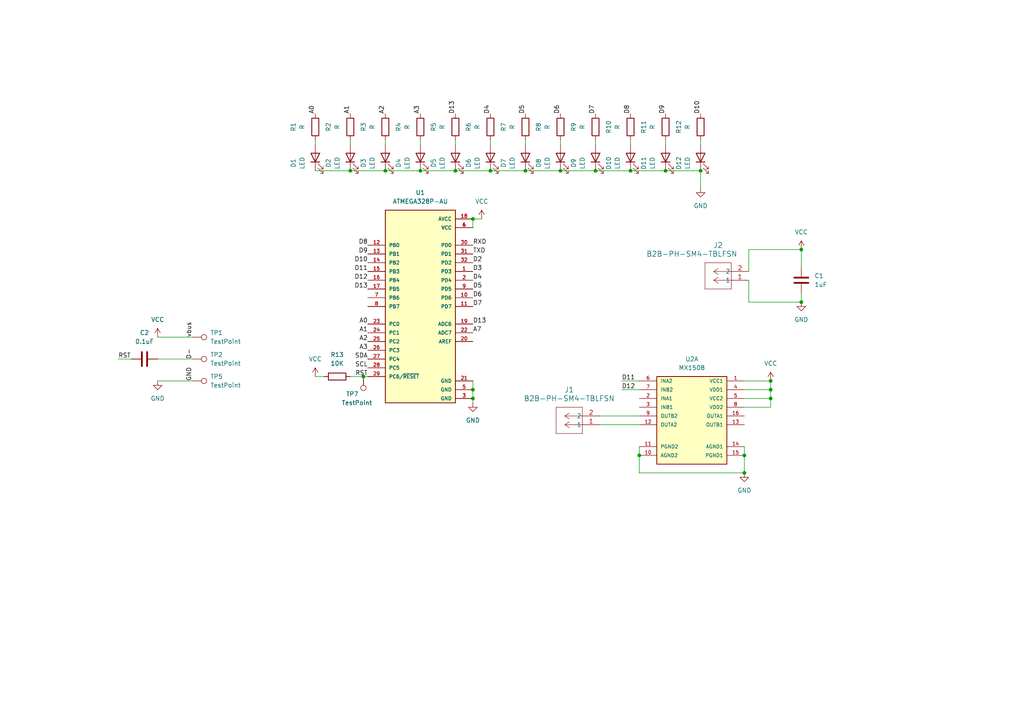
<source format=kicad_sch>
(kicad_sch (version 20230121) (generator eeschema)
  (paper "A4")
  (lib_symbols
    (symbol "Connector:TestPoint" (pin_numbers hide) (pin_names (offset 0.762) hide)
      (property "Reference" "TP" (at 0 6.858 0))
      (property "Value" "TestPoint" (at 0 5.08 0))
      (symbol "TestPoint_0_1"
        (circle (center 0 3.302) (radius 0.762))
      )
      (symbol "TestPoint_1_1"
        (pin passive line (at 0 0 90) (length 2.54) (name "1") (number "1"))
      )
    )
    (symbol "Device:C" (pin_numbers hide) (pin_names (offset 0.254))
      (property "Reference" "C" (at 0.635 2.54 0))
      (property "Value" "C" (at 0.635 -2.54 0))
      (symbol "C_0_1"
        (polyline (pts (xy -2.032 -0.762) (xy 2.032 -0.762)) (stroke (width 0.508)))
        (polyline (pts (xy -2.032 0.762) (xy 2.032 0.762)) (stroke (width 0.508)))
      )
      (symbol "C_1_1"
        (pin passive line (at 0 3.81 270) (length 2.794) (name "~") (number "1"))
        (pin passive line (at 0 -3.81 90) (length 2.794) (name "~") (number "2"))
      )
    )
    (symbol "Device:LED" (pin_numbers hide) (pin_names (offset 1.016) hide)
      (property "Reference" "D" (at 0 2.54 0))
      (property "Value" "LED" (at 0 -2.54 0))
      (symbol "LED_0_1"
        (polyline (pts (xy -1.27 -1.27) (xy -1.27 1.27)) (stroke (width 0.254)))
        (polyline (pts (xy -1.27 0) (xy 1.27 0)))
        (polyline (pts (xy 1.27 -1.27) (xy 1.27 1.27) (xy -1.27 0) (xy 1.27 -1.27)) (stroke (width 0.254)))
        (polyline (pts (xy -3.048 -0.762) (xy -4.572 -2.286) (xy -3.81 -2.286) (xy -4.572 -2.286) (xy -4.572 -1.524)))
        (polyline (pts (xy -1.778 -0.762) (xy -3.302 -2.286) (xy -2.54 -2.286) (xy -3.302 -2.286) (xy -3.302 -1.524)))
      )
      (symbol "LED_1_1"
        (pin passive line (at -3.81 0 0) (length 2.54) (name "K") (number "1"))
        (pin passive line (at 3.81 0 180) (length 2.54) (name "A") (number "2"))
      )
    )
    (symbol "Device:R" (pin_numbers hide) (pin_names (offset 0))
      (property "Reference" "R" (at 2.032 0 90))
      (property "Value" "R" (at 0 0 90))
      (symbol "R_0_1"
        (rectangle (start -1.016 -2.54) (end 1.016 2.54) (stroke (width 0.254)))
      )
      (symbol "R_1_1"
        (pin passive line (at 0 3.81 270) (length 1.27) (name "~") (number "1"))
        (pin passive line (at 0 -3.81 90) (length 1.27) (name "~") (number "2"))
      )
    )
    (symbol "IO_watch_cat_ball:ATMEGA328P-AU" (pin_names (offset 1.016))
      (property "Reference" "U" (at -10.1755 29.2546 0))
      (property "Value" "ATMEGA328P-AU" (at -10.1669 -31.7714 0))
      (symbol "ATMEGA328P-AU_0_0"
        (rectangle (start -10.16 -27.94) (end 10.16 27.94) (stroke (width 0.254)) (fill (type background)))
        (pin bidirectional line (at 15.24 10.16 180) (length 5.08) (name "PD3") (number "1"))
        (pin bidirectional line (at 15.24 2.54 180) (length 5.08) (name "PD6") (number "10"))
        (pin bidirectional line (at 15.24 0 180) (length 5.08) (name "PD7") (number "11"))
        (pin bidirectional line (at -15.24 17.78 0) (length 5.08) (name "PB0") (number "12"))
        (pin bidirectional line (at -15.24 15.24 0) (length 5.08) (name "PB1") (number "13"))
        (pin bidirectional line (at -15.24 12.7 0) (length 5.08) (name "PB2") (number "14"))
        (pin bidirectional line (at -15.24 10.16 0) (length 5.08) (name "PB3") (number "15"))
        (pin bidirectional line (at -15.24 7.62 0) (length 5.08) (name "PB4") (number "16"))
        (pin bidirectional line (at -15.24 5.08 0) (length 5.08) (name "PB5") (number "17"))
        (pin power_in line (at 15.24 25.4 180) (length 5.08) (name "AVCC") (number "18"))
        (pin bidirectional line (at 15.24 -5.08 180) (length 5.08) (name "ADC6") (number "19"))
        (pin bidirectional line (at 15.24 7.62 180) (length 5.08) (name "PD4") (number "2"))
        (pin input line (at 15.24 -10.16 180) (length 5.08) (name "AREF") (number "20"))
        (pin bidirectional line (at 15.24 -7.62 180) (length 5.08) (name "ADC7") (number "22"))
        (pin bidirectional line (at -15.24 -5.08 0) (length 5.08) (name "PC0") (number "23"))
        (pin bidirectional line (at -15.24 -7.62 0) (length 5.08) (name "PC1") (number "24"))
        (pin bidirectional line (at -15.24 -10.16 0) (length 5.08) (name "PC2") (number "25"))
        (pin bidirectional line (at -15.24 -12.7 0) (length 5.08) (name "PC3") (number "26"))
        (pin bidirectional line (at -15.24 -15.24 0) (length 5.08) (name "PC4") (number "27"))
        (pin bidirectional line (at -15.24 -17.78 0) (length 5.08) (name "PC5") (number "28"))
        (pin bidirectional line (at -15.24 -20.32 0) (length 5.08) (name "PC6/~{RESET}") (number "29"))
        (pin power_in line (at 15.24 -26.67 180) (length 5.08) (name "GND") (number "3"))
        (pin bidirectional line (at 15.24 17.78 180) (length 5.08) (name "PD0") (number "30"))
        (pin bidirectional line (at 15.24 15.24 180) (length 5.08) (name "PD1") (number "31"))
        (pin bidirectional line (at 15.24 12.7 180) (length 5.08) (name "PD2") (number "32"))
        (pin power_in line (at 15.24 22.86 180) (length 5.08) (name "VCC") (number "4"))
        (pin power_in line (at 15.24 -24.13 180) (length 5.08) (name "GND") (number "5"))
        (pin power_in line (at 15.24 22.86 180) (length 5.08) (name "VCC") (number "6"))
        (pin bidirectional line (at -15.24 2.54 0) (length 5.08) (name "PB6") (number "7"))
        (pin bidirectional line (at -15.24 0 0) (length 5.08) (name "PB7") (number "8"))
        (pin bidirectional line (at 15.24 5.08 180) (length 5.08) (name "PD5") (number "9"))
      )
      (symbol "ATMEGA328P-AU_1_0"
        (pin power_in line (at 15.24 -21.59 180) (length 5.08) (name "GND") (number "21"))
      )
    )
    (symbol "esp_example_symbols:B2B-PH-SM4-TBLFSN" (pin_names (offset 0.254))
      (property "Reference" "J" (at 8.89 6.35 0))
      (property "Value" "B2B-PH-SM4-TBLFSN" (at 0 0 0))
      (symbol "B2B-PH-SM4-TBLFSN_1_1"
        (polyline (pts (xy 5.08 -5.08) (xy 12.7 -5.08)) (stroke (width 0.127)))
        (polyline (pts (xy 5.08 2.54) (xy 5.08 -5.08)) (stroke (width 0.127)))
        (polyline (pts (xy 10.16 -2.54) (xy 5.08 -2.54)) (stroke (width 0.127)))
        (polyline (pts (xy 10.16 -2.54) (xy 8.89 -3.3867)) (stroke (width 0.127)))
        (polyline (pts (xy 10.16 -2.54) (xy 8.89 -1.6933)) (stroke (width 0.127)))
        (polyline (pts (xy 10.16 0) (xy 5.08 0)) (stroke (width 0.127)))
        (polyline (pts (xy 10.16 0) (xy 8.89 -0.8467)) (stroke (width 0.127)))
        (polyline (pts (xy 10.16 0) (xy 8.89 0.8467)) (stroke (width 0.127)))
        (polyline (pts (xy 12.7 -5.08) (xy 12.7 2.54)) (stroke (width 0.127)))
        (polyline (pts (xy 12.7 2.54) (xy 5.08 2.54)) (stroke (width 0.127)))
        (pin unspecified line (at 0 0 0) (length 5.08) (name "1") (number "1"))
        (pin unspecified line (at 0 -2.54 0) (length 5.08) (name "2") (number "2"))
      )
      (symbol "B2B-PH-SM4-TBLFSN_1_2"
        (polyline (pts (xy 5.08 -5.08) (xy 12.7 -5.08)) (stroke (width 0.127)))
        (polyline (pts (xy 5.08 2.54) (xy 5.08 -5.08)) (stroke (width 0.127)))
        (polyline (pts (xy 7.62 -2.54) (xy 5.08 -2.54)) (stroke (width 0.127)))
        (polyline (pts (xy 7.62 -2.54) (xy 8.89 -3.3867)) (stroke (width 0.127)))
        (polyline (pts (xy 7.62 -2.54) (xy 8.89 -1.6933)) (stroke (width 0.127)))
        (polyline (pts (xy 7.62 0) (xy 5.08 0)) (stroke (width 0.127)))
        (polyline (pts (xy 7.62 0) (xy 8.89 -0.8467)) (stroke (width 0.127)))
        (polyline (pts (xy 7.62 0) (xy 8.89 0.8467)) (stroke (width 0.127)))
        (polyline (pts (xy 12.7 -5.08) (xy 12.7 2.54)) (stroke (width 0.127)))
        (polyline (pts (xy 12.7 2.54) (xy 5.08 2.54)) (stroke (width 0.127)))
        (pin unspecified line (at 0 0 0) (length 5.08) (name "1") (number "1"))
        (pin unspecified line (at 0 -2.54 0) (length 5.08) (name "2") (number "2"))
      )
    )
    (symbol "esp_example_symbols:MX1508" (pin_names (offset 1.016))
      (property "Reference" "U" (at -10.16 15.24 0))
      (property "Value" "MX1508" (at -10.16 -15.24 0))
      (symbol "MX1508_1_0"
        (rectangle (start -10.16 12.7) (end 10.16 -12.7) (stroke (width 0.254)) (fill (type background)))
        (pin power_in line (at 15.24 11.43 180) (length 5.08) (name "VCC1") (number "1"))
        (pin power_in line (at -15.24 -10.16 0) (length 5.08) (name "AGND2") (number "10"))
        (pin power_in line (at -15.24 -7.62 0) (length 5.08) (name "PGND2") (number "11"))
        (pin input line (at -15.24 -1.27 0) (length 5.08) (name "OUTA2") (number "12"))
        (pin output line (at 15.24 -1.27 180) (length 5.08) (name "OUTB1") (number "13"))
        (pin power_in line (at 15.24 -7.62 180) (length 5.08) (name "AGND1") (number "14"))
        (pin power_in line (at 15.24 -10.16 180) (length 5.08) (name "PGND1") (number "15"))
        (pin output line (at 15.24 1.27 180) (length 5.08) (name "OUTA1") (number "16"))
        (pin input line (at -15.24 6.35 0) (length 5.08) (name "INA1") (number "2"))
        (pin input line (at -15.24 3.81 0) (length 5.08) (name "INB1") (number "3"))
        (pin power_in line (at 15.24 8.89 180) (length 5.08) (name "VDD1") (number "4"))
        (pin power_in line (at 15.24 6.35 180) (length 5.08) (name "VCC2") (number "5"))
        (pin input line (at -15.24 11.43 0) (length 5.08) (name "INA2") (number "6"))
        (pin input line (at -15.24 8.89 0) (length 5.08) (name "INB2") (number "7"))
        (pin power_in line (at 15.24 3.81 180) (length 5.08) (name "VDD2") (number "8"))
        (pin input line (at -15.24 1.27 0) (length 5.08) (name "OUTB2") (number "9"))
      )
      (symbol "MX1508_2_0"
        (rectangle (start -10.16 -12.7) (end 10.16 12.7) (stroke (width 0.254)) (fill (type background)))
        (pin power_in line (at 15.24 -7.62 180) (length 5.08) (name "AGND2") (number "10"))
        (pin power_in line (at 15.24 -10.16 180) (length 5.08) (name "PGND2") (number "11"))
        (pin output line (at 15.24 2.54 180) (length 5.08) (name "OUTA2") (number "12"))
        (pin input line (at -15.24 -1.27 0) (length 5.08) (name "OUTA2") (number "12-UB"))
        (pin power_in line (at 15.24 10.16 180) (length 5.08) (name "VCC2") (number "5"))
        (pin input line (at -15.24 2.54 0) (length 5.08) (name "INA2") (number "6"))
        (pin input line (at -15.24 -2.54 0) (length 5.08) (name "INB2") (number "7"))
        (pin power_in line (at 15.24 7.62 180) (length 5.08) (name "VDD2") (number "8"))
        (pin output line (at 15.24 -2.54 180) (length 5.08) (name "OUTB2") (number "9"))
        (pin input line (at -15.24 1.27 0) (length 5.08) (name "OUTB2") (number "9-UB"))
      )
    )
    (symbol "power:GND" (power) (pin_names (offset 0))
      (property "Value" "GND" (at 0 -3.81 0))
      (symbol "GND_0_1"
        (polyline (pts (xy 0 0) (xy 0 -1.27) (xy 1.27 -1.27) (xy 0 -2.54) (xy -1.27 -1.27) (xy 0 -1.27)))
      )
      (symbol "GND_1_1"
        (pin power_in line (at 0 0 270) (length 0) hide (name "GND") (number "1"))
      )
    )
    (symbol "power:VCC" (power) (pin_names (offset 0))
      (property "Value" "VCC" (at 0 3.81 0))
      (symbol "VCC_0_1"
        (polyline (pts (xy -0.762 1.27) (xy 0 2.54)))
        (polyline (pts (xy 0 0) (xy 0 2.54)))
        (polyline (pts (xy 0 2.54) (xy 0.762 1.27)))
      )
      (symbol "VCC_1_1"
        (pin power_in line (at 0 0 90) (length 0) hide (name "VCC") (number "1"))
      )
    )
  )
  (junction (at 193.04 49.53))
  (junction (at 137.16 63.5))
  (junction (at 105.41 109.22))
  (junction (at 215.9 137.16))
  (junction (at 232.41 87.63))
  (junction (at 223.52 110.49))
  (junction (at 132.08 49.53))
  (junction (at 223.52 115.57))
  (junction (at 121.92 49.53))
  (junction (at 137.16 113.03))
  (junction (at 232.41 72.39))
  (junction (at 101.6 49.53))
  (junction (at 182.88 49.53))
  (junction (at 111.76 49.53))
  (junction (at 215.9 132.08))
  (junction (at 137.16 115.57))
  (junction (at 223.52 113.03))
  (junction (at 185.42 132.08))
  (junction (at 152.4 49.53))
  (junction (at 142.24 49.53))
  (junction (at 162.56 49.53))
  (junction (at 172.72 49.53))
  (junction (at 203.2 49.53))
  (wire (pts (xy 91.44 49.53) (xy 101.6 49.53)))
  (wire (pts (xy 185.42 129.54) (xy 185.42 132.08)))
  (wire (pts (xy 223.52 110.49) (xy 223.52 113.03)))
  (wire (pts (xy 91.44 40.64) (xy 91.44 41.91)))
  (wire (pts (xy 137.16 110.49) (xy 137.16 113.03)))
  (wire (pts (xy 152.4 40.64) (xy 152.4 41.91)))
  (wire (pts (xy 180.34 110.49) (xy 185.42 110.49)))
  (wire (pts (xy 180.34 113.03) (xy 185.42 113.03)))
  (wire (pts (xy 182.88 40.64) (xy 182.88 41.91)))
  (wire (pts (xy 217.17 72.39) (xy 232.41 72.39)))
  (wire (pts (xy 215.9 115.57) (xy 223.52 115.57)))
  (wire (pts (xy 193.04 49.53) (xy 203.2 49.53)))
  (wire (pts (xy 137.16 113.03) (xy 137.16 115.57)))
  (wire (pts (xy 45.72 110.49) (xy 55.88 110.49)))
  (wire (pts (xy 45.72 104.14) (xy 55.88 104.14)))
  (wire (pts (xy 142.24 40.64) (xy 142.24 41.91)))
  (wire (pts (xy 215.9 137.16) (xy 215.9 132.08)))
  (wire (pts (xy 223.52 118.11) (xy 223.52 115.57)))
  (wire (pts (xy 132.08 40.64) (xy 132.08 41.91)))
  (wire (pts (xy 232.41 87.63) (xy 232.41 85.09)))
  (wire (pts (xy 203.2 49.53) (xy 203.2 54.61)))
  (wire (pts (xy 217.17 72.39) (xy 217.17 78.74)))
  (wire (pts (xy 111.76 49.53) (xy 121.92 49.53)))
  (wire (pts (xy 101.6 40.64) (xy 101.6 41.91)))
  (wire (pts (xy 185.42 137.16) (xy 215.9 137.16)))
  (wire (pts (xy 162.56 40.64) (xy 162.56 41.91)))
  (wire (pts (xy 132.08 49.53) (xy 142.24 49.53)))
  (wire (pts (xy 217.17 87.63) (xy 232.41 87.63)))
  (wire (pts (xy 182.88 49.53) (xy 193.04 49.53)))
  (wire (pts (xy 137.16 63.5) (xy 137.16 66.04)))
  (wire (pts (xy 152.4 49.53) (xy 162.56 49.53)))
  (wire (pts (xy 111.76 40.64) (xy 111.76 41.91)))
  (wire (pts (xy 34.29 104.14) (xy 38.1 104.14)))
  (wire (pts (xy 91.44 109.22) (xy 93.98 109.22)))
  (wire (pts (xy 232.41 72.39) (xy 232.41 77.47)))
  (wire (pts (xy 162.56 49.53) (xy 172.72 49.53)))
  (wire (pts (xy 45.72 97.79) (xy 55.88 97.79)))
  (wire (pts (xy 101.6 49.53) (xy 111.76 49.53)))
  (wire (pts (xy 121.92 40.64) (xy 121.92 41.91)))
  (wire (pts (xy 185.42 132.08) (xy 185.42 137.16)))
  (wire (pts (xy 172.72 40.64) (xy 172.72 41.91)))
  (wire (pts (xy 215.9 113.03) (xy 223.52 113.03)))
  (wire (pts (xy 217.17 81.28) (xy 217.17 87.63)))
  (wire (pts (xy 121.92 49.53) (xy 132.08 49.53)))
  (wire (pts (xy 173.99 120.65) (xy 185.42 120.65)))
  (wire (pts (xy 223.52 113.03) (xy 223.52 115.57)))
  (wire (pts (xy 215.9 110.49) (xy 223.52 110.49)))
  (wire (pts (xy 215.9 129.54) (xy 215.9 132.08)))
  (wire (pts (xy 203.2 40.64) (xy 203.2 41.91)))
  (wire (pts (xy 173.99 123.19) (xy 185.42 123.19)))
  (wire (pts (xy 193.04 40.64) (xy 193.04 41.91)))
  (wire (pts (xy 142.24 49.53) (xy 152.4 49.53)))
  (wire (pts (xy 137.16 115.57) (xy 137.16 116.84)))
  (wire (pts (xy 137.16 63.5) (xy 139.7 63.5)))
  (wire (pts (xy 215.9 118.11) (xy 223.52 118.11)))
  (wire (pts (xy 172.72 49.53) (xy 182.88 49.53)))
  (wire (pts (xy 105.41 109.22) (xy 106.68 109.22)))
  (wire (pts (xy 101.6 109.22) (xy 105.41 109.22)))
  (label "A3" (at 106.68 101.6 180))
  (label "D5" (at 137.16 83.82 0))
  (label "D10" (at 106.68 76.2 180))
  (label "A1" (at 106.68 96.52 180))
  (label "D2" (at 137.16 76.2 0))
  (label "D4" (at 142.24 33.02 90))
  (label "D3" (at 137.16 78.74 0))
  (label "vbus" (at 55.88 97.79 90))
  (label "D8" (at 182.88 33.02 90))
  (label "SDA" (at 106.68 104.14 180))
  (label "A0" (at 106.68 93.98 180))
  (label "A2" (at 111.76 33.02 90))
  (label "A1" (at 101.6 33.02 90))
  (label "GND" (at 55.88 110.49 90))
  (label "D11" (at 106.68 78.74 180))
  (label "D9" (at 106.68 73.66 180))
  (label "D13" (at 137.16 93.98 0))
  (label "D10" (at 203.2 33.02 90))
  (label "RXD" (at 137.16 71.12 0))
  (label "D7" (at 172.72 33.02 90))
  (label "TXD" (at 137.16 73.66 0))
  (label "RST" (at 34.29 104.14 0))
  (label "D13" (at 132.08 33.02 90))
  (label "D12" (at 180.34 113.03 0))
  (label "A2" (at 106.68 99.06 180))
  (label "RST" (at 106.68 109.22 180))
  (label "D4" (at 137.16 81.28 0))
  (label "D11" (at 180.34 110.49 0))
  (label "D6" (at 137.16 86.36 0))
  (label "A3" (at 121.92 33.02 90))
  (label "D7" (at 137.16 88.9 0))
  (label "D13" (at 106.68 83.82 180))
  (label "D12" (at 106.68 81.28 180))
  (label "SCL" (at 106.68 106.68 180))
  (label "D-" (at 55.88 104.14 90))
  (label "D6" (at 162.56 33.02 90))
  (label "D9" (at 193.04 33.02 90))
  (label "A7" (at 137.16 96.52 0))
  (label "D8" (at 106.68 71.12 180))
  (label "D5" (at 152.4 33.02 90))
  (label "A0" (at 91.44 33.02 90))
  (symbol (lib_id "power:GND") (at 137.16 116.84 0) (unit 1)
    (property "Reference" "#PWR04" (effects hide))
    (property "Value" "GND" (at 137.16 121.92 0))
  )
  (symbol (lib_id "power:VCC") (at 91.44 109.22 0) (unit 1)
    (property "Reference" "#PWR03" (effects hide))
    (property "Value" "VCC" (at 91.44 104.14 0))
  )
  (symbol (lib_id "power:GND") (at 45.72 110.49 0) (unit 1)
    (property "Reference" "#PWR013" (effects hide))
    (property "Value" "GND" (at 45.72 115.57 0))
  )
  (symbol (lib_id "power:GND") (at 203.2 54.61 0) (unit 1)
    (property "Reference" "#PWR01" (effects hide))
    (property "Value" "GND" (at 203.2 59.69 0))
  )
  (symbol (lib_id "Device:R") (at 193.04 36.83 180) (unit 1)
    (property "Reference" "R11" (at 186.69 36.83 90))
    (property "Value" "R" (at 189.23 36.83 90))
    (property "Footprint" "Resistor_SMD:R_0603_1608Metric" (effects hide))
  )
  (symbol (lib_id "Device:C") (at 41.91 104.14 90) (unit 1)
    (property "Reference" "C2" (at 41.91 96.52 90))
    (property "Value" "0.1uF" (at 41.91 99.06 90))
    (property "Footprint" "Capacitor_SMD:C_0805_2012Metric" (effects hide))
  )
  (symbol (lib_id "IO_watch_cat_ball:ATMEGA328P-AU") (at 121.92 88.9 0) (unit 1)
    (property "Reference" "U1" (at 121.92 55.88 0))
    (property "Value" "ATMEGA328P-AU" (at 121.92 58.42 0))
    (property "Footprint" "IO_watch_cat_ball:atmega328P_shinked" (effects hide))
  )
  (symbol (lib_id "Connector:TestPoint") (at 55.88 104.14 270) (unit 1)
    (property "Reference" "TP2" (at 60.96 102.87 90) (effects (justify left)))
    (property "Value" "TestPoint" (at 60.96 105.41 90) (effects (justify left)))
    (property "Footprint" "TestPoint:TestPoint_Pad_D1.0mm" (effects hide))
  )
  (symbol (lib_id "Device:R") (at 162.56 36.83 180) (unit 1)
    (property "Reference" "R8" (at 156.21 36.83 90))
    (property "Value" "R" (at 158.75 36.83 90))
    (property "Footprint" "Resistor_SMD:R_0603_1608Metric" (effects hide))
  )
  (symbol (lib_id "Device:R") (at 182.88 36.83 180) (unit 1)
    (property "Reference" "R10" (at 176.53 36.83 90))
    (property "Value" "R" (at 179.07 36.83 90))
    (property "Footprint" "Resistor_SMD:R_0603_1608Metric" (effects hide))
  )
  (symbol (lib_id "power:GND") (at 232.41 87.63 0) (unit 1)
    (property "Reference" "#PWR010" (effects hide))
    (property "Value" "GND" (at 232.41 92.71 0))
  )
  (symbol (lib_id "Device:LED") (at 91.44 45.72 90) (unit 1)
    (property "Reference" "D1" (at 85.09 47.3075 0))
    (property "Value" "LED" (at 87.63 47.3075 0))
    (property "Footprint" "LED_SMD:LED_0603_1608Metric" (effects hide))
  )
  (symbol (lib_id "Device:LED") (at 111.76 45.72 90) (unit 1)
    (property "Reference" "D3" (at 105.41 47.3075 0))
    (property "Value" "LED" (at 107.95 47.3075 0))
    (property "Footprint" "LED_SMD:LED_0603_1608Metric" (effects hide))
  )
  (symbol (lib_id "esp_example_symbols:MX1508") (at 200.66 121.92 0) (unit 1)
    (property "Reference" "U2" (at 200.66 104.14 0))
    (property "Value" "MX1508" (at 200.66 106.68 0))
    (property "Footprint" "IO_watch_cat_ball:MX1508" (effects hide))
    (property "Description" "\n" (effects hide))
  )
  (symbol (lib_id "Device:LED") (at 101.6 45.72 90) (unit 1)
    (property "Reference" "D2" (at 95.25 47.3075 0))
    (property "Value" "LED" (at 97.79 47.3075 0))
    (property "Footprint" "LED_SMD:LED_0603_1608Metric" (effects hide))
  )
  (symbol (lib_id "Device:LED") (at 172.72 45.72 90) (unit 1)
    (property "Reference" "D9" (at 166.37 47.3075 0))
    (property "Value" "LED" (at 168.91 47.3075 0))
    (property "Footprint" "LED_SMD:LED_0603_1608Metric" (effects hide))
  )
  (symbol (lib_id "Device:LED") (at 203.2 45.72 90) (unit 1)
    (property "Reference" "D12" (at 196.85 47.3075 0))
    (property "Value" "LED" (at 199.39 47.3075 0))
    (property "Footprint" "LED_SMD:LED_0603_1608Metric" (effects hide))
  )
  (symbol (lib_id "Device:R") (at 121.92 36.83 180) (unit 1)
    (property "Reference" "R4" (at 115.57 36.83 90))
    (property "Value" "R" (at 118.11 36.83 90))
    (property "Footprint" "Resistor_SMD:R_0603_1608Metric" (effects hide))
  )
  (symbol (lib_id "Device:LED") (at 193.04 45.72 90) (unit 1)
    (property "Reference" "D11" (at 186.69 47.3075 0))
    (property "Value" "LED" (at 189.23 47.3075 0))
    (property "Footprint" "LED_SMD:LED_0603_1608Metric" (effects hide))
  )
  (symbol (lib_id "power:VCC") (at 232.41 72.39 0) (unit 1)
    (property "Reference" "#PWR09" (effects hide))
    (property "Value" "VCC" (at 232.41 67.31 0))
  )
  (symbol (lib_id "Device:R") (at 152.4 36.83 180) (unit 1)
    (property "Reference" "R7" (at 146.05 36.83 90))
    (property "Value" "R" (at 148.59 36.83 90))
    (property "Footprint" "Resistor_SMD:R_0603_1608Metric" (effects hide))
  )
  (symbol (lib_id "Device:LED") (at 152.4 45.72 90) (unit 1)
    (property "Reference" "D7" (at 146.05 47.3075 0))
    (property "Value" "LED" (at 148.59 47.3075 0))
    (property "Footprint" "LED_SMD:LED_0603_1608Metric" (effects hide))
  )
  (symbol (lib_id "Device:LED") (at 132.08 45.72 90) (unit 1)
    (property "Reference" "D5" (at 125.73 47.3075 0))
    (property "Value" "LED" (at 128.27 47.3075 0))
    (property "Footprint" "LED_SMD:LED_0603_1608Metric" (effects hide))
  )
  (symbol (lib_id "Device:R") (at 111.76 36.83 180) (unit 1)
    (property "Reference" "R3" (at 105.41 36.83 90))
    (property "Value" "R" (at 107.95 36.83 90))
    (property "Footprint" "Resistor_SMD:R_0603_1608Metric" (effects hide))
  )
  (symbol (lib_id "Device:LED") (at 142.24 45.72 90) (unit 1)
    (property "Reference" "D6" (at 135.89 47.3075 0))
    (property "Value" "LED" (at 138.43 47.3075 0))
    (property "Footprint" "LED_SMD:LED_0603_1608Metric" (effects hide))
  )
  (symbol (lib_id "power:VCC") (at 223.52 110.49 0) (unit 1)
    (property "Reference" "#PWR06" (effects hide))
    (property "Value" "VCC" (at 223.52 105.41 0))
  )
  (symbol (lib_id "Device:R") (at 132.08 36.83 180) (unit 1)
    (property "Reference" "R5" (at 125.73 36.83 90))
    (property "Value" "R" (at 128.27 36.83 90))
    (property "Footprint" "Resistor_SMD:R_0603_1608Metric" (effects hide))
  )
  (symbol (lib_id "Device:R") (at 172.72 36.83 180) (unit 1)
    (property "Reference" "R9" (at 166.37 36.83 90))
    (property "Value" "R" (at 168.91 36.83 90))
    (property "Footprint" "Resistor_SMD:R_0603_1608Metric" (effects hide))
  )
  (symbol (lib_id "Connector:TestPoint") (at 55.88 97.79 270) (unit 1)
    (property "Reference" "TP1" (at 60.96 96.52 90) (effects (justify left)))
    (property "Value" "TestPoint" (at 60.96 99.06 90) (effects (justify left)))
    (property "Footprint" "TestPoint:TestPoint_Pad_D1.0mm" (effects hide))
  )
  (symbol (lib_id "Device:R") (at 91.44 36.83 180) (unit 1)
    (property "Reference" "R1" (at 85.09 36.83 90))
    (property "Value" "R" (at 87.63 36.83 90))
    (property "Footprint" "Resistor_SMD:R_0603_1608Metric" (effects hide))
  )
  (symbol (lib_id "Device:LED") (at 121.92 45.72 90) (unit 1)
    (property "Reference" "D4" (at 115.57 47.3075 0))
    (property "Value" "LED" (at 118.11 47.3075 0))
    (property "Footprint" "LED_SMD:LED_0603_1608Metric" (effects hide))
  )
  (symbol (lib_id "esp_example_symbols:B2B-PH-SM4-TBLFSN") (at 217.17 81.28 180) (unit 1)
    (property "Reference" "J2" (at 208.28 71.12 0) (effects (font (size 1.524 1.524))))
    (property "Value" "B2B-PH-SM4-TBLFSN" (at 200.66 73.66 0) (effects (font (size 1.524 1.524))))
    (property "Footprint" "IO_watch_cat_ball:B2B-PH-SM4-TBLFSN_JST" (effects hide))
    (property "Datasheet" "B2B-PH-SM4-TBLFSN" (effects hide))
  )
  (symbol (lib_id "Device:LED") (at 162.56 45.72 90) (unit 1)
    (property "Reference" "D8" (at 156.21 47.3075 0))
    (property "Value" "LED" (at 158.75 47.3075 0))
    (property "Footprint" "LED_SMD:LED_0603_1608Metric" (effects hide))
  )
  (symbol (lib_id "Device:R") (at 97.79 109.22 270) (unit 1)
    (property "Reference" "R13" (at 97.79 102.87 90))
    (property "Value" "10K" (at 97.79 105.41 90))
    (property "Footprint" "Resistor_SMD:R_0603_1608Metric" (effects hide))
  )
  (symbol (lib_id "Device:C") (at 232.41 81.28 0) (unit 1)
    (property "Reference" "C1" (at 236.22 80.01 0) (effects (justify left)))
    (property "Value" "1uF" (at 236.22 82.55 0) (effects (justify left)))
    (property "Footprint" "Capacitor_SMD:C_0805_2012Metric" (effects hide))
  )
  (symbol (lib_id "Device:R") (at 101.6 36.83 180) (unit 1)
    (property "Reference" "R2" (at 95.25 36.83 90))
    (property "Value" "R" (at 97.79 36.83 90))
    (property "Footprint" "Resistor_SMD:R_0603_1608Metric" (effects hide))
  )
  (symbol (lib_id "Connector:TestPoint") (at 105.41 109.22 180) (unit 1)
    (property "Reference" "TP7" (at 100.33 114.3 0) (effects (justify right)))
    (property "Value" "TestPoint" (at 99.06 116.84 0) (effects (justify right)))
    (property "Footprint" "TestPoint:TestPoint_Pad_D1.0mm" (effects hide))
  )
  (symbol (lib_id "esp_example_symbols:B2B-PH-SM4-TBLFSN") (at 173.99 123.19 180) (unit 1)
    (property "Reference" "J1" (at 165.1 113.03 0) (effects (font (size 1.524 1.524))))
    (property "Value" "B2B-PH-SM4-TBLFSN" (at 165.1 115.57 0) (effects (font (size 1.524 1.524))))
    (property "Footprint" "IO_watch_cat_ball:B2B-PH-SM4-TBLFSN_JST" (effects hide))
    (property "Datasheet" "B2B-PH-SM4-TBLFSN" (effects hide))
  )
  (symbol (lib_id "Connector:TestPoint") (at 55.88 110.49 270) (unit 1)
    (property "Reference" "TP5" (at 60.96 109.22 90) (effects (justify left)))
    (property "Value" "TestPoint" (at 60.96 111.76 90) (effects (justify left)))
    (property "Footprint" "TestPoint:TestPoint_Pad_D1.0mm" (effects hide))
  )
  (symbol (lib_id "power:GND") (at 215.9 137.16 0) (unit 1)
    (property "Reference" "#PWR05" (effects hide))
    (property "Value" "GND" (at 215.9 142.24 0))
  )
  (symbol (lib_id "power:VCC") (at 139.7 63.5 0) (unit 1)
    (property "Reference" "#PWR02" (effects hide))
    (property "Value" "VCC" (at 139.7 58.42 0))
  )
  (symbol (lib_id "Device:R") (at 142.24 36.83 180) (unit 1)
    (property "Reference" "R6" (at 135.89 36.83 90))
    (property "Value" "R" (at 138.43 36.83 90))
    (property "Footprint" "Resistor_SMD:R_0603_1608Metric" (effects hide))
  )
  (symbol (lib_id "Device:R") (at 203.2 36.83 180) (unit 1)
    (property "Reference" "R12" (at 196.85 36.83 90))
    (property "Value" "R" (at 199.39 36.83 90))
    (property "Footprint" "Resistor_SMD:R_0603_1608Metric" (effects hide))
  )
  (symbol (lib_id "Device:LED") (at 182.88 45.72 90) (unit 1)
    (property "Reference" "D10" (at 176.53 47.3075 0))
    (property "Value" "LED" (at 179.07 47.3075 0))
    (property "Footprint" "LED_SMD:LED_0603_1608Metric" (effects hide))
  )
  (symbol (lib_id "power:VCC") (at 45.72 97.79 0) (unit 1)
    (property "Reference" "#PWR012" (effects hide))
    (property "Value" "VCC" (at 45.72 92.71 0))
  )
)
</source>
